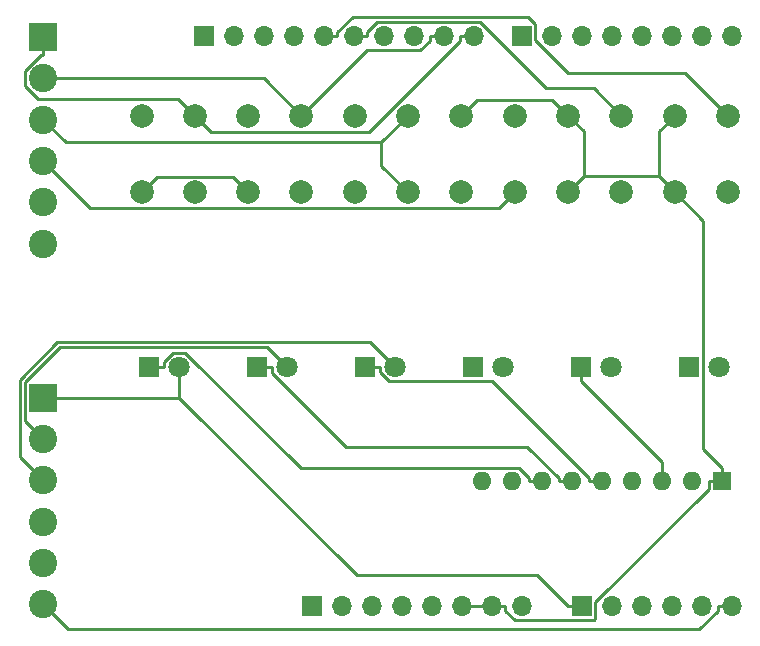
<source format=gbr>
%TF.GenerationSoftware,KiCad,Pcbnew,(7.0.0-0)*%
%TF.CreationDate,2023-08-03T18:37:04+02:00*%
%TF.ProjectId,flipperbrain-shield,666c6970-7065-4726-9272-61696e2d7368,rev?*%
%TF.SameCoordinates,Original*%
%TF.FileFunction,Copper,L1,Top*%
%TF.FilePolarity,Positive*%
%FSLAX46Y46*%
G04 Gerber Fmt 4.6, Leading zero omitted, Abs format (unit mm)*
G04 Created by KiCad (PCBNEW (7.0.0-0)) date 2023-08-03 18:37:04*
%MOMM*%
%LPD*%
G01*
G04 APERTURE LIST*
%TA.AperFunction,ComponentPad*%
%ADD10C,2.000000*%
%TD*%
%TA.AperFunction,ComponentPad*%
%ADD11C,1.800000*%
%TD*%
%TA.AperFunction,ComponentPad*%
%ADD12R,1.800000X1.800000*%
%TD*%
%TA.AperFunction,ComponentPad*%
%ADD13O,1.600000X1.600000*%
%TD*%
%TA.AperFunction,ComponentPad*%
%ADD14R,1.600000X1.600000*%
%TD*%
%TA.AperFunction,ComponentPad*%
%ADD15R,2.400000X2.400000*%
%TD*%
%TA.AperFunction,ComponentPad*%
%ADD16C,2.400000*%
%TD*%
%TA.AperFunction,ComponentPad*%
%ADD17R,1.700000X1.700000*%
%TD*%
%TA.AperFunction,ComponentPad*%
%ADD18O,1.700000X1.700000*%
%TD*%
%TA.AperFunction,Conductor*%
%ADD19C,0.250000*%
%TD*%
G04 APERTURE END LIST*
D10*
%TO.P,SW8,1,1*%
%TO.N,GND*%
X113552000Y-62410000D03*
X113552000Y-55910000D03*
%TO.P,SW8,2,2*%
%TO.N,TD8*%
X118052000Y-62410000D03*
X118052000Y-55910000D03*
%TD*%
%TO.P,SW11,1,1*%
%TO.N,GND*%
X140633000Y-62410000D03*
X140633000Y-55910000D03*
%TO.P,SW11,2,2*%
%TO.N,TD11*%
X145133000Y-62410000D03*
X145133000Y-55910000D03*
%TD*%
%TO.P,SW13,1,1*%
%TO.N,GND*%
X158687000Y-62410000D03*
X158687000Y-55910000D03*
%TO.P,SW13,2,2*%
%TO.N,TD13*%
X163187000Y-62410000D03*
X163187000Y-55910000D03*
%TD*%
D11*
%TO.P,D6,2,A*%
%TO.N,A5*%
X162430000Y-77195000D03*
D12*
%TO.P,D6,1,K*%
%TO.N,Net-(D6-K)*%
X159889999Y-77194999D03*
%TD*%
D10*
%TO.P,SW10,1,1*%
%TO.N,GND*%
X131606000Y-62410000D03*
X131606000Y-55910000D03*
%TO.P,SW10,2,2*%
%TO.N,TD10*%
X136106000Y-62410000D03*
X136106000Y-55910000D03*
%TD*%
D12*
%TO.P,D2,1,K*%
%TO.N,Net-(D2-K)*%
X123341999Y-77194999D03*
D11*
%TO.P,D2,2,A*%
%TO.N,A1*%
X125882000Y-77195000D03*
%TD*%
D12*
%TO.P,D3,1,K*%
%TO.N,Net-(D3-K)*%
X132478999Y-77194999D03*
D11*
%TO.P,D3,2,A*%
%TO.N,A2*%
X135019000Y-77195000D03*
%TD*%
D10*
%TO.P,SW9,1,1*%
%TO.N,GND*%
X122579000Y-62410000D03*
X122579000Y-55910000D03*
%TO.P,SW9,2,2*%
%TO.N,TD9*%
X127079000Y-62410000D03*
X127079000Y-55910000D03*
%TD*%
D12*
%TO.P,D1,1,K*%
%TO.N,Net-(D1-K)*%
X114204999Y-77194999D03*
D11*
%TO.P,D1,2,A*%
%TO.N,A0*%
X116745000Y-77195000D03*
%TD*%
D13*
%TO.P,RN1,9,R8*%
%TO.N,unconnected-(RN1-R8-Pad9)*%
X142369999Y-86867999D03*
%TO.P,RN1,8,R7*%
%TO.N,unconnected-(RN1-R7-Pad8)*%
X144909999Y-86867999D03*
%TO.P,RN1,7,R6*%
%TO.N,Net-(D1-K)*%
X147449999Y-86867999D03*
%TO.P,RN1,6,R5*%
%TO.N,Net-(D2-K)*%
X149989999Y-86867999D03*
%TO.P,RN1,5,R4*%
%TO.N,Net-(D3-K)*%
X152529999Y-86867999D03*
%TO.P,RN1,4,R3*%
%TO.N,Net-(D4-K)*%
X155069999Y-86867999D03*
%TO.P,RN1,3,R2*%
%TO.N,Net-(D5-K)*%
X157609999Y-86867999D03*
%TO.P,RN1,2,R1*%
%TO.N,Net-(D6-K)*%
X160149999Y-86867999D03*
D14*
%TO.P,RN1,1,common*%
%TO.N,GND*%
X162689999Y-86867999D03*
%TD*%
D10*
%TO.P,SW12,1,1*%
%TO.N,GND*%
X149660000Y-62410000D03*
X149660000Y-55910000D03*
%TO.P,SW12,2,2*%
%TO.N,TD12*%
X154160000Y-62410000D03*
X154160000Y-55910000D03*
%TD*%
D15*
%TO.P,J6,1,Pin_1*%
%TO.N,TD8*%
X105206999Y-49245999D03*
D16*
%TO.P,J6,2,Pin_2*%
%TO.N,TD9*%
X105207000Y-52746000D03*
%TO.P,J6,3,Pin_3*%
%TO.N,TD10*%
X105207000Y-56246000D03*
%TO.P,J6,4,Pin_4*%
%TO.N,TD11*%
X105207000Y-59746000D03*
%TO.P,J6,5,Pin_5*%
%TO.N,TD12*%
X105207000Y-63246000D03*
%TO.P,J6,6,Pin_6*%
%TO.N,TD13*%
X105207000Y-66746000D03*
%TD*%
D15*
%TO.P,J5,1,Pin_1*%
%TO.N,A0*%
X105206999Y-79799999D03*
D16*
%TO.P,J5,2,Pin_2*%
%TO.N,A1*%
X105207000Y-83300000D03*
%TO.P,J5,3,Pin_3*%
%TO.N,A2*%
X105207000Y-86800000D03*
%TO.P,J5,4,Pin_4*%
%TO.N,A3*%
X105207000Y-90300000D03*
%TO.P,J5,5,Pin_5*%
%TO.N,A4*%
X105207000Y-93800000D03*
%TO.P,J5,6,Pin_6*%
%TO.N,A5*%
X105207000Y-97300000D03*
%TD*%
D12*
%TO.P,D4,1,K*%
%TO.N,Net-(D4-K)*%
X141615999Y-77194999D03*
D11*
%TO.P,D4,2,A*%
%TO.N,A3*%
X144156000Y-77195000D03*
%TD*%
D12*
%TO.P,D5,1,K*%
%TO.N,Net-(D5-K)*%
X150752999Y-77194999D03*
D11*
%TO.P,D5,2,A*%
%TO.N,A4*%
X153293000Y-77195000D03*
%TD*%
D17*
%TO.P,J3,1,Pin_1*%
%TO.N,A0*%
X150799999Y-97459999D03*
D18*
%TO.P,J3,2,Pin_2*%
%TO.N,A1*%
X153339999Y-97459999D03*
%TO.P,J3,3,Pin_3*%
%TO.N,A2*%
X155879999Y-97459999D03*
%TO.P,J3,4,Pin_4*%
%TO.N,A3*%
X158419999Y-97459999D03*
%TO.P,J3,5,Pin_5*%
%TO.N,A4*%
X160959999Y-97459999D03*
%TO.P,J3,6,Pin_6*%
%TO.N,A5*%
X163499999Y-97459999D03*
%TD*%
D17*
%TO.P,J2,1,Pin_1*%
%TO.N,A5*%
X118795999Y-49199999D03*
D18*
%TO.P,J2,2,Pin_2*%
%TO.N,A4*%
X121335999Y-49199999D03*
%TO.P,J2,3,Pin_3*%
%TO.N,/AREF*%
X123875999Y-49199999D03*
%TO.P,J2,4,Pin_4*%
%TO.N,GND*%
X126415999Y-49199999D03*
%TO.P,J2,5,Pin_5*%
%TO.N,TD13*%
X128955999Y-49199999D03*
%TO.P,J2,6,Pin_6*%
%TO.N,TD12*%
X131495999Y-49199999D03*
%TO.P,J2,7,Pin_7*%
%TO.N,TD11*%
X134035999Y-49199999D03*
%TO.P,J2,8,Pin_8*%
%TO.N,TD10*%
X136575999Y-49199999D03*
%TO.P,J2,9,Pin_9*%
%TO.N,TD9*%
X139115999Y-49199999D03*
%TO.P,J2,10,Pin_10*%
%TO.N,TD8*%
X141655999Y-49199999D03*
%TD*%
D17*
%TO.P,J4,1,Pin_1*%
%TO.N,/7*%
X145719999Y-49199999D03*
D18*
%TO.P,J4,2,Pin_2*%
%TO.N,/\u002A6*%
X148259999Y-49199999D03*
%TO.P,J4,3,Pin_3*%
%TO.N,/\u002A5*%
X150799999Y-49199999D03*
%TO.P,J4,4,Pin_4*%
%TO.N,/4*%
X153339999Y-49199999D03*
%TO.P,J4,5,Pin_5*%
%TO.N,/\u002A3*%
X155879999Y-49199999D03*
%TO.P,J4,6,Pin_6*%
%TO.N,/2*%
X158419999Y-49199999D03*
%TO.P,J4,7,Pin_7*%
%TO.N,/TX{slash}1*%
X160959999Y-49199999D03*
%TO.P,J4,8,Pin_8*%
%TO.N,/RX{slash}0*%
X163499999Y-49199999D03*
%TD*%
D17*
%TO.P,J1,1,Pin_1*%
%TO.N,unconnected-(J1-Pin_1-Pad1)*%
X127939999Y-97459999D03*
D18*
%TO.P,J1,2,Pin_2*%
%TO.N,/IOREF*%
X130479999Y-97459999D03*
%TO.P,J1,3,Pin_3*%
%TO.N,/~{RESET}*%
X133019999Y-97459999D03*
%TO.P,J1,4,Pin_4*%
%TO.N,+3V3*%
X135559999Y-97459999D03*
%TO.P,J1,5,Pin_5*%
%TO.N,+5V*%
X138099999Y-97459999D03*
%TO.P,J1,6,Pin_6*%
%TO.N,GND*%
X140639999Y-97459999D03*
%TO.P,J1,7,Pin_7*%
X143179999Y-97459999D03*
%TO.P,J1,8,Pin_8*%
%TO.N,VCC*%
X145719999Y-97459999D03*
%TD*%
D19*
%TO.N,Net-(D5-K)*%
X157610000Y-85277100D02*
X150753000Y-78420100D01*
X157610000Y-86868000D02*
X157610000Y-85277100D01*
X150753000Y-77195000D02*
X150753000Y-78420100D01*
%TO.N,Net-(D3-K)*%
X133704100Y-77654500D02*
X133704100Y-77195000D01*
X134469700Y-78420100D02*
X133704100Y-77654500D01*
X143238300Y-78420100D02*
X134469700Y-78420100D01*
X151404900Y-86586700D02*
X143238300Y-78420100D01*
X151404900Y-86868000D02*
X151404900Y-86586700D01*
X152530000Y-86868000D02*
X151404900Y-86868000D01*
X132479000Y-77195000D02*
X133704100Y-77195000D01*
%TO.N,Net-(D2-K)*%
X149990000Y-86868000D02*
X148864900Y-86868000D01*
X123342000Y-77195000D02*
X124567100Y-77195000D01*
X124567100Y-77688800D02*
X124567100Y-77195000D01*
X130820800Y-83942500D02*
X124567100Y-77688800D01*
X146176400Y-83942500D02*
X130820800Y-83942500D01*
X148864900Y-86631000D02*
X146176400Y-83942500D01*
X148864900Y-86868000D02*
X148864900Y-86631000D01*
%TO.N,Net-(D1-K)*%
X115430100Y-76735500D02*
X115430100Y-77195000D01*
X116195700Y-75969900D02*
X115430100Y-76735500D01*
X117252400Y-75969900D02*
X116195700Y-75969900D01*
X127025400Y-85742900D02*
X117252400Y-75969900D01*
X145481200Y-85742900D02*
X127025400Y-85742900D01*
X146324900Y-86586600D02*
X145481200Y-85742900D01*
X146324900Y-86868000D02*
X146324900Y-86586600D01*
X147450000Y-86868000D02*
X146324900Y-86868000D01*
X114205000Y-77195000D02*
X115430100Y-77195000D01*
%TO.N,TD8*%
X141656000Y-49200000D02*
X140480900Y-49200000D01*
X119413200Y-57271200D02*
X118052000Y-55910000D01*
X132776900Y-57271200D02*
X119413200Y-57271200D01*
X140480900Y-49567200D02*
X132776900Y-57271200D01*
X140480900Y-49200000D02*
X140480900Y-49567200D01*
X105016200Y-50771100D02*
X105207000Y-50771100D01*
X103681900Y-52105400D02*
X105016200Y-50771100D01*
X103681900Y-53403100D02*
X103681900Y-52105400D01*
X104774800Y-54496000D02*
X103681900Y-53403100D01*
X116638000Y-54496000D02*
X104774800Y-54496000D01*
X118052000Y-55910000D02*
X116638000Y-54496000D01*
X105207000Y-49246000D02*
X105207000Y-50771100D01*
%TO.N,TD9*%
X132613900Y-50375100D02*
X127079000Y-55910000D01*
X137133100Y-50375100D02*
X132613900Y-50375100D01*
X137940900Y-49567300D02*
X137133100Y-50375100D01*
X137940900Y-49200000D02*
X137940900Y-49567300D01*
X139116000Y-49200000D02*
X137940900Y-49200000D01*
X123915000Y-52746000D02*
X127079000Y-55910000D01*
X105207000Y-52746000D02*
X123915000Y-52746000D01*
%TO.N,TD10*%
X133844900Y-60148900D02*
X136106000Y-62410000D01*
X133844900Y-58171100D02*
X133844900Y-60148900D01*
X107132100Y-58171100D02*
X133844900Y-58171100D01*
X105207000Y-56246000D02*
X107132100Y-58171100D01*
X133844900Y-58171100D02*
X136106000Y-55910000D01*
%TO.N,TD11*%
X109212200Y-63751200D02*
X105207000Y-59746000D01*
X143791800Y-63751200D02*
X109212200Y-63751200D01*
X145133000Y-62410000D02*
X143791800Y-63751200D01*
%TO.N,TD12*%
X151861100Y-53611100D02*
X154160000Y-55910000D01*
X147766200Y-53611100D02*
X151861100Y-53611100D01*
X142162800Y-48007700D02*
X147766200Y-53611100D01*
X133496200Y-48007700D02*
X142162800Y-48007700D01*
X132671100Y-48832800D02*
X133496200Y-48007700D01*
X132671100Y-49200000D02*
X132671100Y-48832800D01*
X131496000Y-49200000D02*
X132671100Y-49200000D01*
%TO.N,TD13*%
X159592400Y-52315400D02*
X163187000Y-55910000D01*
X149683500Y-52315400D02*
X159592400Y-52315400D01*
X146895200Y-49527100D02*
X149683500Y-52315400D01*
X146895200Y-48147800D02*
X146895200Y-49527100D01*
X146281400Y-47534000D02*
X146895200Y-48147800D01*
X131429900Y-47534000D02*
X146281400Y-47534000D01*
X130131100Y-48832800D02*
X131429900Y-47534000D01*
X130131100Y-49200000D02*
X130131100Y-48832800D01*
X128956000Y-49200000D02*
X130131100Y-49200000D01*
%TO.N,A1*%
X124206700Y-75519700D02*
X125882000Y-77195000D01*
X106617400Y-75519700D02*
X124206700Y-75519700D01*
X103681800Y-78455300D02*
X106617400Y-75519700D01*
X103681800Y-81774800D02*
X103681800Y-78455300D01*
X105207000Y-83300000D02*
X103681800Y-81774800D01*
%TO.N,A2*%
X132893500Y-75069500D02*
X135019000Y-77195000D01*
X106424200Y-75069500D02*
X132893500Y-75069500D01*
X103217200Y-78276500D02*
X106424200Y-75069500D01*
X103217200Y-84810200D02*
X103217200Y-78276500D01*
X105207000Y-86800000D02*
X103217200Y-84810200D01*
%TO.N,A5*%
X107296200Y-99389200D02*
X105207000Y-97300000D01*
X160762900Y-99389200D02*
X107296200Y-99389200D01*
X162324900Y-97827200D02*
X160762900Y-99389200D01*
X162324900Y-97460000D02*
X162324900Y-97827200D01*
X163500000Y-97460000D02*
X162324900Y-97460000D01*
%TO.N,A0*%
X150800000Y-97460000D02*
X149624900Y-97460000D01*
X105207000Y-79800000D02*
X106732100Y-79800000D01*
X116745000Y-79800000D02*
X106732100Y-79800000D01*
X116745000Y-79800000D02*
X116745000Y-77195000D01*
X131783800Y-94838800D02*
X116745000Y-79800000D01*
X147003700Y-94838800D02*
X131783800Y-94838800D01*
X149624900Y-97460000D02*
X147003700Y-94838800D01*
%TO.N,GND*%
X114877200Y-61084800D02*
X113552000Y-62410000D01*
X121253800Y-61084800D02*
X114877200Y-61084800D01*
X122579000Y-62410000D02*
X121253800Y-61084800D01*
X148331200Y-54581200D02*
X149660000Y-55910000D01*
X141961800Y-54581200D02*
X148331200Y-54581200D01*
X140633000Y-55910000D02*
X141961800Y-54581200D01*
X151006400Y-57256400D02*
X151006400Y-61063600D01*
X149660000Y-55910000D02*
X151006400Y-57256400D01*
X149660000Y-62410000D02*
X151006400Y-61063600D01*
X157340600Y-57256400D02*
X158687000Y-55910000D01*
X157340600Y-61063600D02*
X157340600Y-57256400D01*
X151006400Y-61063600D02*
X157340600Y-61063600D01*
X157340600Y-61063600D02*
X158687000Y-62410000D01*
X161115200Y-84168100D02*
X162690000Y-85742900D01*
X161115200Y-64838200D02*
X161115200Y-84168100D01*
X158687000Y-62410000D02*
X161115200Y-64838200D01*
X162690000Y-86868000D02*
X162690000Y-85742900D01*
X162690000Y-86868000D02*
X161564900Y-86868000D01*
X140640000Y-97460000D02*
X143180000Y-97460000D01*
X161564900Y-87508600D02*
X161564900Y-86868000D01*
X151975200Y-97098300D02*
X161564900Y-87508600D01*
X151975200Y-98491000D02*
X151975200Y-97098300D01*
X151831000Y-98635200D02*
X151975200Y-98491000D01*
X145163100Y-98635200D02*
X151831000Y-98635200D01*
X144355100Y-97827200D02*
X145163100Y-98635200D01*
X144355100Y-97460000D02*
X144355100Y-97827200D01*
X143180000Y-97460000D02*
X144355100Y-97460000D01*
%TD*%
M02*

</source>
